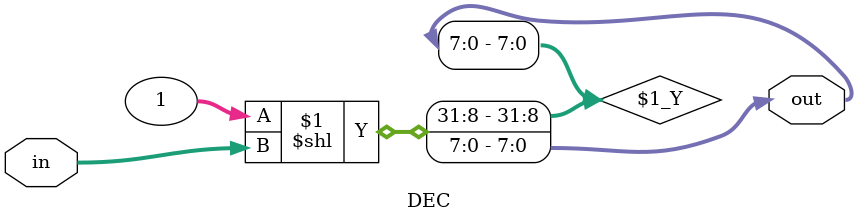
<source format=v>
module regfile (
    data_in,
    writenum,
    write,
    readnum,
    clk,
    data_out
);

input [15:0] data_in;
input [2:0] writenum;
input [2:0] readnum;
input write;
input clk;
output [15:0] data_out;
reg [15:0] data_out;
wire [7:0] decodingwrite;
wire [7:0] decodingread;
wire [15:0] R0;
wire [15:0] R1;
wire [15:0] R2;
wire [15:0] R3;
wire [15:0] R4;
wire [15:0] R5;
wire [15:0] R6;
wire [15:0] R7;
reg writeforVDFF0;
reg writeforVDFF1;
reg writeforVDFF2;
reg writeforVDFF3;
reg writeforVDFF4;
reg writeforVDFF5;
reg writeforVDFF6;
reg writeforVDFF7;

vDFF1 #(16) DFF0(clk,writeforVDFF0,data_in,R0);
vDFF1 #(16) DFF1(clk,writeforVDFF1,data_in,R1);
vDFF1 #(16) DFF2(clk,writeforVDFF2,data_in,R2);
vDFF1 #(16) DFF3(clk,writeforVDFF3,data_in,R3);
vDFF1 #(16) DFF4(clk,writeforVDFF4,data_in,R4);
vDFF1 #(16) DFF5(clk,writeforVDFF5,data_in,R5);
vDFF1 #(16) DFF6(clk,writeforVDFF6,data_in,R6);
vDFF1 #(16) DFF7(clk,writeforVDFF7,data_in,R7);

DEC #(3,8) dcoder(writenum,decodingwrite);
DEC #(3,8) readdcoder(readnum,decodingread);
always @(*) begin
   if(write==1'b0) begin
    writeforVDFF0=1'b0;
    writeforVDFF1=1'b0;
    writeforVDFF2=1'b0;
    writeforVDFF3=1'b0;
    writeforVDFF4=1'b0;
    writeforVDFF5=1'b0;
    writeforVDFF6=1'b0;
    writeforVDFF7=1'b0;
end
else if({write,decodingwrite}== 9'b100000001) begin
    writeforVDFF0=1'b1;
    writeforVDFF1=1'b0;
    writeforVDFF2=1'b0;
    writeforVDFF3=1'b0;
    writeforVDFF4=1'b0;
    writeforVDFF5=1'b0;
    writeforVDFF6=1'b0;
    writeforVDFF7=1'b0;
end
else if({write,decodingwrite}==9'b100000010)begin
    writeforVDFF0=1'b0;
        writeforVDFF1=1'b1;
    writeforVDFF2=1'b0;
    writeforVDFF3=1'b0;
    writeforVDFF4=1'b0;
    writeforVDFF5=1'b0;
    writeforVDFF6=1'b0;
    writeforVDFF7=1'b0;
end
else if({write,decodingwrite}==9'b100000100) begin
    writeforVDFF0=1'b0;
    writeforVDFF1=1'b0;
    writeforVDFF2=1'b1;
    writeforVDFF3=1'b0;
    writeforVDFF4=1'b0;
    writeforVDFF5=1'b0;
    writeforVDFF6=1'b0;
    writeforVDFF7=1'b0;
end
else if({write,decodingwrite}==9'b100001000) begin
    writeforVDFF0=1'b0;
    writeforVDFF1=1'b0;
    writeforVDFF2=1'b0;
    writeforVDFF3=1'b1;
    writeforVDFF4=1'b0;
    writeforVDFF5=1'b0;
    writeforVDFF6=1'b0;
    writeforVDFF7=1'b0;
end
else if({write,decodingwrite}==9'b100010000)begin
    writeforVDFF0=1'b0;
    writeforVDFF1=1'b0;
    writeforVDFF2=1'b0;
    writeforVDFF3=1'b0;
    writeforVDFF4=1'b1;
    writeforVDFF5=1'b0;
    writeforVDFF6=1'b0;
    writeforVDFF7=1'b0;
end
else if({write,decodingwrite}==9'b100100000) begin
    writeforVDFF0=1'b0;
    writeforVDFF1=1'b0;
    writeforVDFF2=1'b0;
    writeforVDFF3=1'b0;
    writeforVDFF4=1'b0;
    writeforVDFF5=1'b1;
    writeforVDFF6=1'b0;
    writeforVDFF7=1'b0;
end
else if({write,decodingwrite}==9'b101000000)begin
    writeforVDFF0=1'b0;
    writeforVDFF1=1'b0;
    writeforVDFF2=1'b0;
    writeforVDFF3=1'b0;
    writeforVDFF4=1'b0;
    writeforVDFF5=1'b0;
    writeforVDFF6=1'b1;
    writeforVDFF7=1'b0;
end
else if({write,decodingwrite}==9'b110000000)begin
     writeforVDFF0=1'b0;
    writeforVDFF1=1'b0;
    writeforVDFF2=1'b0;
    writeforVDFF3=1'b0;
    writeforVDFF4=1'b0;
    writeforVDFF5=1'b0;
    writeforVDFF6=1'b0;
    writeforVDFF7=1'b1;
end
else begin
    {writeforVDFF0,writeforVDFF1,writeforVDFF2,writeforVDFF3,writeforVDFF4,writeforVDFF5,writeforVDFF6,writeforVDFF7}={8{1'bx}};
end
    
    
end
always @(*) begin
    case (decodingread)

    8'b00000001:data_out=R0;
    8'b00000010:data_out=R1;
    8'b00000100:data_out=R2;
    8'b00001000:data_out=R3;
    8'b00010000:data_out=R4;
    8'b00100000:data_out=R5;
    8'b01000000:data_out=R6;
    8'b10000000:data_out=R7;
        default: data_out={16{1'bx}};
    endcase
end
    
endmodule

module vDFF1 (
    clk,
    en,
    in,
    out
);
parameter n = 16;
    input [n-1:0] in;
    input clk,en;
    output [n-1:0] out;
    reg [n-1:0] out;
    wire [n-1:0] next_out;
    assign next_out= en ? in : out;
    always @(posedge clk) begin
        out=next_out;
    end

endmodule


module DEC (in,out);
parameter n = 3;
parameter m = 8;
    input [n-1:0] in;
    output [m-1:0] out;
    wire [m-1:0] out=1<<in;
endmodule







/*
module shifter (in,shift,sout);
 input [1:0] shift;
 input [15:0] in;
 output [15:0] sout;
 reg [15:0] sout;
 always @(*) begin
     case (shift)
         2'b00 : sout=in; 
         2'b01 : sout=in<<1;
         2'b10 : sout={1'b0,in[n-2:0]};
         2'b11 : sout={1'b1,in[n-2:0]};
         default: sout={16{1'bx}};
     endcase
     
 end

    
endmodule
*/


/*
if({write,decoding}==9'b0xxxxxxxx) begin
    {writeforVDFF0,writeforVDFF1,writeforVDFF2,writeforVDFF3,writeforVDFF4,writeforVDFF5,writeforVDFF6,writeforVDFF7}={8{1'b0}};
end
else if({write,decoding}== 9'b100000001) begin
    writeforVDFF0=1'b1;
    writeforVDFF1=1'b0;
    writeforVDFF2=1'b0;
    writeforVDFF3=1'b0;
    writeforVDFF4=1'b0;
    writeforVDFF5=1'b0;
    writeforVDFF6=1'b0;
    writeforVDFF7=1'b0;
end
else if({write,decoding}==9'b100000010)begin
    writeforVDFF1=1'b0;
        writeforVDFF1=1'b1;
    writeforVDFF2=1'b0;
    writeforVDFF3=1'b0;
    writeforVDFF4=1'b0;
    writeforVDFF5=1'b0;
    writeforVDFF6=1'b0;
    writeforVDFF7=1'b0;
end
else if({write,decoding}==9'b100000100) begin
    writeforVDFF2=1'b0;
    writeforVDFF1=1'b0;
    writeforVDFF2=1'b1;
    writeforVDFF3=1'b0;
    writeforVDFF4=1'b0;
    writeforVDFF5=1'b0;
    writeforVDFF6=1'b0;
    writeforVDFF7=1'b0;
end
else if({write,decoding}==9'b100001000) begin
    writeforVDFF3=1'b0;
    writeforVDFF1=1'b0;
    writeforVDFF2=1'b0;
    writeforVDFF3=1'b1;
    writeforVDFF4=1'b0;
    writeforVDFF5=1'b0;
    writeforVDFF6=1'b0;
    writeforVDFF7=1'b0;
end
else if({write,decoding}==9'b100010000)begin
    writeforVDFF4=1'b0;
    writeforVDFF1=1'b0;
    writeforVDFF2=1'b0;
    writeforVDFF3=1'b0;
    writeforVDFF4=1'b1;
    writeforVDFF5=1'b0;
    writeforVDFF6=1'b0;
    writeforVDFF7=1'b0;
end
else if({write,decoding}==9'b100100000) begin
    writeforVDFF5=1'b0;
    writeforVDFF1=1'b0;
    writeforVDFF2=1'b0;
    writeforVDFF3=1'b0;
    writeforVDFF4=1'b0;
    writeforVDFF5=1'b1;
    writeforVDFF6=1'b0;
    writeforVDFF7=1'b0;
end
else if({write,decoding}==9'b101000000)begin
    writeforVDFF6=1'b0;
    writeforVDFF1=1'b0;
    writeforVDFF2=1'b0;
    writeforVDFF3=1'b0;
    writeforVDFF4=1'b0;
    writeforVDFF5=1'b0;
    writeforVDFF6=1'b1;
    writeforVDFF7=1'b0;
end
else if({write,decoding}==9'b110000000)begin
     writeforVDFF7=1'b0;
    writeforVDFF1=1'b0;
    writeforVDFF2=1'b0;
    writeforVDFF3=1'b0;
    writeforVDFF4=1'b0;
    writeforVDFF5=1'b0;
    writeforVDFF6=1'b0;
    writeforVDFF7=1'b1;
end
else begin
    {writeforVDFF0,writeforVDFF1,writeforVDFF2,writeforVDFF3,writeforVDFF4,writeforVDFF5,writeforVDFF6,writeforVDFF7}={8{1'bx}};
end

















 casex ({write,decoding})
        
    
    9'b0xxxxxxxx:{writeforVDFF0,writeforVDFF1,writeforVDFF2,writeforVDFF3,writeforVDFF4,writeforVDFF5,writeforVDFF6,writeforVDFF7}={8{1'b0}};
                
    9'b100000001  : writeforVDFF0=1'b1;
    9'b100000010  : writeforVDFF1=1'b1;
    9'b100000100  : writeforVDFF2=1'b1;
    9'b100001000  : writeforVDFF3=1'b1;
    9'b100010000  : writeforVDFF4=1'b1;
    9'b100100000  : writeforVDFF5=1'b1;
    9'b101000000  : writeforVDFF6=1'b1;
    9'b110000000  : writeforVDFF7=1'b1;
       default   :{writeforVDFF0,writeforVDFF1,writeforVDFF2,writeforVDFF3,writeforVDFF4,writeforVDFF5,writeforVDFF6,writeforVDFF7}={8{1'bx}};
                    
    endcase
    */
</source>
